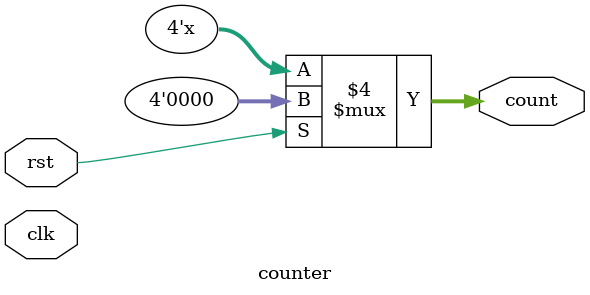
<source format=v>
module counter(
            input clk,rst,
            output [3:0]count
            );

    always @(*)
    begin
    if(rst)
        count<=0;
        else
            begin
            count<=count+1;
        end
    end
   endmodule

</source>
